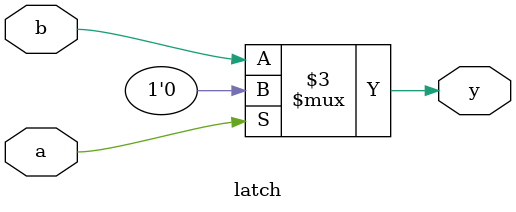
<source format=v>
`timescale 1ns / 1ps

//module decoder3_8(
//    input                               A                        ,
//    input                               B                          ,
//    input                               C                          ,

//    output reg         [   7: 0]        out                        
//);

//wire [2:0] sel;

//assign sel ={A,B,C} ;

//    always @(*)           
//        begin                                        
//            case (sel)
//              3'b000  : out = 8'b00000001;
//              3'b001  : out = 8'b00000010;
//              3'b010  : out = 8'b00000100;
//              3'b011  : out = 8'b00001000;
//              3'b100  : out = 8'b00010000;
//              3'b101  : out = 8'b00100000;
//              3'b110  : out = 8'b01000000;
//              3'b111  : out = 8'b11111111;
//                default: ;
//            endcase  
//        end                                          
                                                                   
                                                                   
//endmodule

module latch(
input a,
input b,
output reg y
);
always@(*) begin
case (a)
0: y = b;
default : y = 0;
endcase
end
endmodule
</source>
